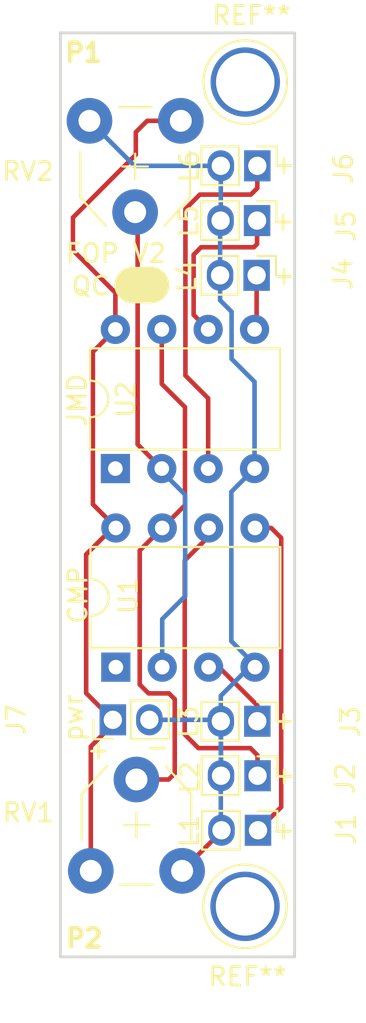
<source format=kicad_pcb>
(kicad_pcb (version 4) (host pcbnew 4.0.6)

  (general
    (links 24)
    (no_connects 0)
    (area 150.8408 93.8559 171.2042 150.082929)
    (thickness 1.6)
    (drawings 27)
    (tracks 104)
    (zones 0)
    (modules 13)
    (nets 13)
  )

  (page A4)
  (layers
    (0 F.Cu signal)
    (31 B.Cu signal)
    (32 B.Adhes user)
    (33 F.Adhes user)
    (34 B.Paste user)
    (35 F.Paste user)
    (36 B.SilkS user)
    (37 F.SilkS user)
    (38 B.Mask user)
    (39 F.Mask user)
    (40 Dwgs.User user)
    (41 Cmts.User user)
    (42 Eco1.User user)
    (43 Eco2.User user)
    (44 Edge.Cuts user)
    (45 Margin user)
    (46 B.CrtYd user)
    (47 F.CrtYd user)
    (48 B.Fab user)
    (49 F.Fab user)
  )

  (setup
    (last_trace_width 0.25)
    (trace_clearance 0.2)
    (zone_clearance 0.508)
    (zone_45_only no)
    (trace_min 0.2)
    (segment_width 0.2)
    (edge_width 0.15)
    (via_size 0.6)
    (via_drill 0.4)
    (via_min_size 0.4)
    (via_min_drill 0.3)
    (uvia_size 0.3)
    (uvia_drill 0.1)
    (uvias_allowed no)
    (uvia_min_size 0.2)
    (uvia_min_drill 0.1)
    (pcb_text_width 0.3)
    (pcb_text_size 1.5 1.5)
    (mod_edge_width 0.15)
    (mod_text_size 1 1)
    (mod_text_width 0.15)
    (pad_size 1.7 1.45)
    (pad_drill 1)
    (pad_to_mask_clearance 0.2)
    (aux_axis_origin 0 0)
    (visible_elements 7FFEFFFF)
    (pcbplotparams
      (layerselection 0x00030_80000001)
      (usegerberextensions false)
      (excludeedgelayer true)
      (linewidth 0.100000)
      (plotframeref false)
      (viasonmask false)
      (mode 1)
      (useauxorigin false)
      (hpglpennumber 1)
      (hpglpenspeed 20)
      (hpglpendiameter 15)
      (hpglpenoverlay 2)
      (psnegative false)
      (psa4output false)
      (plotreference true)
      (plotvalue true)
      (plotinvisibletext false)
      (padsonsilk false)
      (subtractmaskfromsilk false)
      (outputformat 1)
      (mirror false)
      (drillshape 1)
      (scaleselection 1)
      (outputdirectory ""))
  )

  (net 0 "")
  (net 1 "Net-(J1-Pad1)")
  (net 2 GND)
  (net 3 "Net-(J2-Pad1)")
  (net 4 "Net-(J3-Pad1)")
  (net 5 "Net-(J4-Pad1)")
  (net 6 "Net-(J5-Pad1)")
  (net 7 VCC)
  (net 8 "Net-(RV1-Pad2)")
  (net 9 "Net-(RV2-Pad2)")
  (net 10 "Net-(U1-Pad1)")
  (net 11 "Net-(U2-Pad1)")
  (net 12 "Net-(J6-Pad1)")

  (net_class Default "This is the default net class."
    (clearance 0.2)
    (trace_width 0.25)
    (via_dia 0.6)
    (via_drill 0.4)
    (uvia_dia 0.3)
    (uvia_drill 0.1)
    (add_net GND)
    (add_net "Net-(J1-Pad1)")
    (add_net "Net-(J2-Pad1)")
    (add_net "Net-(J3-Pad1)")
    (add_net "Net-(J4-Pad1)")
    (add_net "Net-(J5-Pad1)")
    (add_net "Net-(J6-Pad1)")
    (add_net "Net-(RV1-Pad2)")
    (add_net "Net-(RV2-Pad2)")
    (add_net "Net-(U1-Pad1)")
    (add_net "Net-(U2-Pad1)")
    (add_net VCC)
  )

  (module Connectors:1pin (layer F.Cu) (tedit 59A2221E) (tstamp 59A22210)
    (at 164.3634 98.4758)
    (descr "module 1 pin (ou trou mecanique de percage)")
    (tags DEV)
    (fp_text reference REF** (at 0.3429 -3.6449) (layer F.SilkS)
      (effects (font (size 1 1) (thickness 0.15)))
    )
    (fp_text value 1pin (at 0 3) (layer F.Fab)
      (effects (font (size 1 1) (thickness 0.15)))
    )
    (fp_circle (center 0 0) (end 2 0.8) (layer F.Fab) (width 0.1))
    (fp_circle (center 0 0) (end 2.6 0) (layer F.CrtYd) (width 0.05))
    (fp_circle (center 0 0) (end 0 -2.286) (layer F.SilkS) (width 0.12))
    (pad 1 thru_hole circle (at 0 0) (size 3.8 3.8) (drill 3.2) (layers *.Cu *.Mask))
  )

  (module Housings_DIP:DIP-8_W7.62mm (layer F.Cu) (tedit 594C41D4) (tstamp 59457BEE)
    (at 157.2768 130.5052 90)
    (descr "8-lead dip package, row spacing 7.62 mm (300 mils)")
    (tags "DIL DIP PDIP 2.54mm 7.62mm 300mil")
    (path /594548DB)
    (fp_text reference U1 (at 3.9116 0.6731 90) (layer F.SilkS)
      (effects (font (size 1 1) (thickness 0.15)))
    )
    (fp_text value ATTINY85-20PU (at 3.81 10.01 90) (layer F.Fab)
      (effects (font (size 1 1) (thickness 0.15)))
    )
    (fp_text user %R (at 3.81 3.81 90) (layer F.Fab)
      (effects (font (size 1 1) (thickness 0.15)))
    )
    (fp_line (start 1.635 -1.27) (end 6.985 -1.27) (layer F.Fab) (width 0.1))
    (fp_line (start 6.985 -1.27) (end 6.985 8.89) (layer F.Fab) (width 0.1))
    (fp_line (start 6.985 8.89) (end 0.635 8.89) (layer F.Fab) (width 0.1))
    (fp_line (start 0.635 8.89) (end 0.635 -0.27) (layer F.Fab) (width 0.1))
    (fp_line (start 0.635 -0.27) (end 1.635 -1.27) (layer F.Fab) (width 0.1))
    (fp_line (start 2.81 -1.39) (end 1.04 -1.39) (layer F.SilkS) (width 0.12))
    (fp_line (start 1.04 -1.39) (end 1.04 9.01) (layer F.SilkS) (width 0.12))
    (fp_line (start 1.04 9.01) (end 6.58 9.01) (layer F.SilkS) (width 0.12))
    (fp_line (start 6.58 9.01) (end 6.58 -1.39) (layer F.SilkS) (width 0.12))
    (fp_line (start 6.58 -1.39) (end 4.81 -1.39) (layer F.SilkS) (width 0.12))
    (fp_line (start -1.1 -1.6) (end -1.1 9.2) (layer F.CrtYd) (width 0.05))
    (fp_line (start -1.1 9.2) (end 8.7 9.2) (layer F.CrtYd) (width 0.05))
    (fp_line (start 8.7 9.2) (end 8.7 -1.6) (layer F.CrtYd) (width 0.05))
    (fp_line (start 8.7 -1.6) (end -1.1 -1.6) (layer F.CrtYd) (width 0.05))
    (fp_arc (start 3.81 -1.39) (end 2.81 -1.39) (angle -180) (layer F.SilkS) (width 0.12))
    (pad 1 thru_hole rect (at 0 0 90) (size 1.6 1.6) (drill 0.8) (layers *.Cu *.Mask)
      (net 10 "Net-(U1-Pad1)"))
    (pad 5 thru_hole oval (at 7.62 7.62 90) (size 1.6 1.6) (drill 0.8) (layers *.Cu *.Mask)
      (net 1 "Net-(J1-Pad1)"))
    (pad 2 thru_hole oval (at 0 2.54 90) (size 1.6 1.6) (drill 0.8) (layers *.Cu *.Mask)
      (net 9 "Net-(RV2-Pad2)"))
    (pad 6 thru_hole oval (at 7.62 5.08 90) (size 1.6 1.6) (drill 0.8) (layers *.Cu *.Mask)
      (net 3 "Net-(J2-Pad1)"))
    (pad 3 thru_hole oval (at 0 5.08 90) (size 1.6 1.6) (drill 0.8) (layers *.Cu *.Mask)
      (net 4 "Net-(J3-Pad1)"))
    (pad 7 thru_hole oval (at 7.62 2.54 90) (size 1.6 1.6) (drill 0.8) (layers *.Cu *.Mask)
      (net 8 "Net-(RV1-Pad2)"))
    (pad 4 thru_hole oval (at 0 7.62 90) (size 1.6 1.6) (drill 0.8) (layers *.Cu *.Mask)
      (net 2 GND))
    (pad 8 thru_hole oval (at 7.62 0 90) (size 1.6 1.6) (drill 0.8) (layers *.Cu *.Mask)
      (net 7 VCC))
    (model ${KISYS3DMOD}/Housings_DIP.3dshapes/DIP-8_W7.62mm.wrl
      (at (xyz 0 0 0))
      (scale (xyz 1 1 1))
      (rotate (xyz 0 0 0))
    )
  )

  (module Housings_DIP:DIP-8_W7.62mm (layer F.Cu) (tedit 594C41DB) (tstamp 59457C0A)
    (at 157.2514 119.634 90)
    (descr "8-lead dip package, row spacing 7.62 mm (300 mils)")
    (tags "DIL DIP PDIP 2.54mm 7.62mm 300mil")
    (path /59454980)
    (fp_text reference U2 (at 3.7846 0.5715 90) (layer F.SilkS)
      (effects (font (size 1 1) (thickness 0.15)))
    )
    (fp_text value ATTINY85-20PU (at 3.81 10.01 90) (layer F.Fab)
      (effects (font (size 1 1) (thickness 0.15)))
    )
    (fp_text user %R (at 3.81 3.81 90) (layer F.Fab)
      (effects (font (size 1 1) (thickness 0.15)))
    )
    (fp_line (start 1.635 -1.27) (end 6.985 -1.27) (layer F.Fab) (width 0.1))
    (fp_line (start 6.985 -1.27) (end 6.985 8.89) (layer F.Fab) (width 0.1))
    (fp_line (start 6.985 8.89) (end 0.635 8.89) (layer F.Fab) (width 0.1))
    (fp_line (start 0.635 8.89) (end 0.635 -0.27) (layer F.Fab) (width 0.1))
    (fp_line (start 0.635 -0.27) (end 1.635 -1.27) (layer F.Fab) (width 0.1))
    (fp_line (start 2.81 -1.39) (end 1.04 -1.39) (layer F.SilkS) (width 0.12))
    (fp_line (start 1.04 -1.39) (end 1.04 9.01) (layer F.SilkS) (width 0.12))
    (fp_line (start 1.04 9.01) (end 6.58 9.01) (layer F.SilkS) (width 0.12))
    (fp_line (start 6.58 9.01) (end 6.58 -1.39) (layer F.SilkS) (width 0.12))
    (fp_line (start 6.58 -1.39) (end 4.81 -1.39) (layer F.SilkS) (width 0.12))
    (fp_line (start -1.1 -1.6) (end -1.1 9.2) (layer F.CrtYd) (width 0.05))
    (fp_line (start -1.1 9.2) (end 8.7 9.2) (layer F.CrtYd) (width 0.05))
    (fp_line (start 8.7 9.2) (end 8.7 -1.6) (layer F.CrtYd) (width 0.05))
    (fp_line (start 8.7 -1.6) (end -1.1 -1.6) (layer F.CrtYd) (width 0.05))
    (fp_arc (start 3.81 -1.39) (end 2.81 -1.39) (angle -180) (layer F.SilkS) (width 0.12))
    (pad 1 thru_hole rect (at 0 0 90) (size 1.6 1.6) (drill 0.8) (layers *.Cu *.Mask)
      (net 11 "Net-(U2-Pad1)"))
    (pad 5 thru_hole oval (at 7.62 7.62 90) (size 1.6 1.6) (drill 0.8) (layers *.Cu *.Mask)
      (net 5 "Net-(J4-Pad1)"))
    (pad 2 thru_hole oval (at 0 2.54 90) (size 1.6 1.6) (drill 0.8) (layers *.Cu *.Mask)
      (net 9 "Net-(RV2-Pad2)"))
    (pad 6 thru_hole oval (at 7.62 5.08 90) (size 1.6 1.6) (drill 0.8) (layers *.Cu *.Mask)
      (net 6 "Net-(J5-Pad1)"))
    (pad 3 thru_hole oval (at 0 5.08 90) (size 1.6 1.6) (drill 0.8) (layers *.Cu *.Mask)
      (net 12 "Net-(J6-Pad1)"))
    (pad 7 thru_hole oval (at 7.62 2.54 90) (size 1.6 1.6) (drill 0.8) (layers *.Cu *.Mask)
      (net 8 "Net-(RV1-Pad2)"))
    (pad 4 thru_hole oval (at 0 7.62 90) (size 1.6 1.6) (drill 0.8) (layers *.Cu *.Mask)
      (net 2 GND))
    (pad 8 thru_hole oval (at 7.62 0 90) (size 1.6 1.6) (drill 0.8) (layers *.Cu *.Mask)
      (net 7 VCC))
    (model ${KISYS3DMOD}/Housings_DIP.3dshapes/DIP-8_W7.62mm.wrl
      (at (xyz 0 0 0))
      (scale (xyz 1 1 1))
      (rotate (xyz 0 0 0))
    )
  )

  (module Pin_Headers:Pin_Header_Straight_1x02_Pitch2.00mm (layer F.Cu) (tedit 59A313F8) (tstamp 59458569)
    (at 157.1117 133.3881 90)
    (descr "Through hole straight pin header, 1x02, 2.00mm pitch, single row")
    (tags "Through hole pin header THT 1x02 2.00mm single row")
    (path /59459B2D)
    (fp_text reference J7 (at 0.0127 -5.2959 90) (layer F.SilkS)
      (effects (font (size 1 1) (thickness 0.15)))
    )
    (fp_text value CONN_01X02_MALE (at -9.4234 1.4986 90) (layer F.Fab)
      (effects (font (size 1 1) (thickness 0.15)))
    )
    (fp_line (start -1 -1) (end -1 3) (layer F.Fab) (width 0.1))
    (fp_line (start -1 3) (end 1 3) (layer F.Fab) (width 0.1))
    (fp_line (start 1 3) (end 1 -1) (layer F.Fab) (width 0.1))
    (fp_line (start 1 -1) (end -1 -1) (layer F.Fab) (width 0.1))
    (fp_line (start -1.06 1) (end -1.06 3.06) (layer F.SilkS) (width 0.12))
    (fp_line (start -1.06 3.06) (end 1.06 3.06) (layer F.SilkS) (width 0.12))
    (fp_line (start 1.06 3.06) (end 1.06 1) (layer F.SilkS) (width 0.12))
    (fp_line (start 1.06 1) (end -1.06 1) (layer F.SilkS) (width 0.12))
    (fp_line (start -1.06 0) (end -1.06 -1.06) (layer F.SilkS) (width 0.12))
    (fp_line (start -1.06 -1.06) (end 0 -1.06) (layer F.SilkS) (width 0.12))
    (fp_line (start -1.5 -1.5) (end -1.5 3.5) (layer F.CrtYd) (width 0.05))
    (fp_line (start -1.5 3.5) (end 1.5 3.5) (layer F.CrtYd) (width 0.05))
    (fp_line (start 1.5 3.5) (end 1.5 -1.5) (layer F.CrtYd) (width 0.05))
    (fp_line (start 1.5 -1.5) (end -1.5 -1.5) (layer F.CrtYd) (width 0.05))
    (fp_text user %R (at -0.0127 -3.7592 90) (layer F.Fab)
      (effects (font (size 1 1) (thickness 0.15)))
    )
    (pad 1 thru_hole rect (at 0 0 90) (size 1.7 1.45) (drill 1) (layers *.Cu *.Mask)
      (net 7 VCC))
    (pad 2 thru_hole oval (at 0 2 90) (size 1.7 1.45) (drill 1) (layers *.Cu *.Mask)
      (net 2 GND))
    (model ${KISYS3DMOD}/Pin_Headers.3dshapes/Pin_Header_Straight_1x02_Pitch2.00mm.wrl
      (at (xyz 0 0 0))
      (scale (xyz 1 1 1))
      (rotate (xyz 0 0 0))
    )
  )

  (module Pin_Headers:Pin_Header_Straight_1x02_Pitch2.00mm (layer F.Cu) (tedit 59A313BB) (tstamp 59499F51)
    (at 165.0619 139.4333 270)
    (descr "Through hole straight pin header, 1x02, 2.00mm pitch, single row")
    (tags "Through hole pin header THT 1x02 2.00mm single row")
    (path /59458F82)
    (fp_text reference J1 (at -0.0635 -4.8387 270) (layer F.SilkS)
      (effects (font (size 1 1) (thickness 0.15)))
    )
    (fp_text value CONN_01X02_MALE (at 0 4.06 270) (layer F.Fab)
      (effects (font (size 1 1) (thickness 0.15)))
    )
    (fp_line (start -1 -1) (end -1 3) (layer F.Fab) (width 0.1))
    (fp_line (start -1 3) (end 1 3) (layer F.Fab) (width 0.1))
    (fp_line (start 1 3) (end 1 -1) (layer F.Fab) (width 0.1))
    (fp_line (start 1 -1) (end -1 -1) (layer F.Fab) (width 0.1))
    (fp_line (start -1.06 1) (end -1.06 3.06) (layer F.SilkS) (width 0.12))
    (fp_line (start -1.06 3.06) (end 1.06 3.06) (layer F.SilkS) (width 0.12))
    (fp_line (start 1.06 3.06) (end 1.06 1) (layer F.SilkS) (width 0.12))
    (fp_line (start 1.06 1) (end -1.06 1) (layer F.SilkS) (width 0.12))
    (fp_line (start -1.06 0) (end -1.06 -1.06) (layer F.SilkS) (width 0.12))
    (fp_line (start -1.06 -1.06) (end 0 -1.06) (layer F.SilkS) (width 0.12))
    (fp_line (start -1.5 -1.5) (end -1.5 3.5) (layer F.CrtYd) (width 0.05))
    (fp_line (start -1.5 3.5) (end 1.5 3.5) (layer F.CrtYd) (width 0.05))
    (fp_line (start 1.5 3.5) (end 1.5 -1.5) (layer F.CrtYd) (width 0.05))
    (fp_line (start 1.5 -1.5) (end -1.5 -1.5) (layer F.CrtYd) (width 0.05))
    (fp_text user %R (at -0.0635 -3.4163 270) (layer F.Fab)
      (effects (font (size 1 1) (thickness 0.15)))
    )
    (pad 1 thru_hole rect (at 0 0 270) (size 1.7 1.45) (drill 1) (layers *.Cu *.Mask)
      (net 1 "Net-(J1-Pad1)"))
    (pad 2 thru_hole oval (at 0 2 270) (size 1.7 1.45) (drill 1) (layers *.Cu *.Mask)
      (net 2 GND))
    (model ${KISYS3DMOD}/Pin_Headers.3dshapes/Pin_Header_Straight_1x02_Pitch2.00mm.wrl
      (at (xyz 0 0 0))
      (scale (xyz 1 1 1))
      (rotate (xyz 0 0 0))
    )
  )

  (module Pin_Headers:Pin_Header_Straight_1x02_Pitch2.00mm (layer F.Cu) (tedit 59A313C8) (tstamp 59499F65)
    (at 165.0365 136.4488 270)
    (descr "Through hole straight pin header, 1x02, 2.00mm pitch, single row")
    (tags "Through hole pin header THT 1x02 2.00mm single row")
    (path /5945924A)
    (fp_text reference J2 (at 0.1524 -4.8006 270) (layer F.SilkS)
      (effects (font (size 1 1) (thickness 0.15)))
    )
    (fp_text value CONN_01X02_MALE (at 0 4.06 270) (layer F.Fab)
      (effects (font (size 1 1) (thickness 0.15)))
    )
    (fp_line (start -1 -1) (end -1 3) (layer F.Fab) (width 0.1))
    (fp_line (start -1 3) (end 1 3) (layer F.Fab) (width 0.1))
    (fp_line (start 1 3) (end 1 -1) (layer F.Fab) (width 0.1))
    (fp_line (start 1 -1) (end -1 -1) (layer F.Fab) (width 0.1))
    (fp_line (start -1.06 1) (end -1.06 3.06) (layer F.SilkS) (width 0.12))
    (fp_line (start -1.06 3.06) (end 1.06 3.06) (layer F.SilkS) (width 0.12))
    (fp_line (start 1.06 3.06) (end 1.06 1) (layer F.SilkS) (width 0.12))
    (fp_line (start 1.06 1) (end -1.06 1) (layer F.SilkS) (width 0.12))
    (fp_line (start -1.06 0) (end -1.06 -1.06) (layer F.SilkS) (width 0.12))
    (fp_line (start -1.06 -1.06) (end 0 -1.06) (layer F.SilkS) (width 0.12))
    (fp_line (start -1.5 -1.5) (end -1.5 3.5) (layer F.CrtYd) (width 0.05))
    (fp_line (start -1.5 3.5) (end 1.5 3.5) (layer F.CrtYd) (width 0.05))
    (fp_line (start 1.5 3.5) (end 1.5 -1.5) (layer F.CrtYd) (width 0.05))
    (fp_line (start 1.5 -1.5) (end -1.5 -1.5) (layer F.CrtYd) (width 0.05))
    (fp_text user %R (at 0.0635 -3.302 270) (layer F.Fab)
      (effects (font (size 1 1) (thickness 0.15)))
    )
    (pad 1 thru_hole rect (at 0 0 270) (size 1.7 1.45) (drill 1) (layers *.Cu *.Mask)
      (net 3 "Net-(J2-Pad1)"))
    (pad 2 thru_hole oval (at 0 2 270) (size 1.7 1.45) (drill 1) (layers *.Cu *.Mask)
      (net 2 GND))
    (model ${KISYS3DMOD}/Pin_Headers.3dshapes/Pin_Header_Straight_1x02_Pitch2.00mm.wrl
      (at (xyz 0 0 0))
      (scale (xyz 1 1 1))
      (rotate (xyz 0 0 0))
    )
  )

  (module Pin_Headers:Pin_Header_Straight_1x02_Pitch2.00mm (layer F.Cu) (tedit 59A313DB) (tstamp 59499F79)
    (at 165.0238 133.4643 270)
    (descr "Through hole straight pin header, 1x02, 2.00mm pitch, single row")
    (tags "Through hole pin header THT 1x02 2.00mm single row")
    (path /594592A4)
    (fp_text reference J3 (at 0.0381 -5.1054 270) (layer F.SilkS)
      (effects (font (size 1 1) (thickness 0.15)))
    )
    (fp_text value CONN_01X02_MALE (at 0 4.06 270) (layer F.Fab)
      (effects (font (size 1 1) (thickness 0.15)))
    )
    (fp_line (start -1 -1) (end -1 3) (layer F.Fab) (width 0.1))
    (fp_line (start -1 3) (end 1 3) (layer F.Fab) (width 0.1))
    (fp_line (start 1 3) (end 1 -1) (layer F.Fab) (width 0.1))
    (fp_line (start 1 -1) (end -1 -1) (layer F.Fab) (width 0.1))
    (fp_line (start -1.06 1) (end -1.06 3.06) (layer F.SilkS) (width 0.12))
    (fp_line (start -1.06 3.06) (end 1.06 3.06) (layer F.SilkS) (width 0.12))
    (fp_line (start 1.06 3.06) (end 1.06 1) (layer F.SilkS) (width 0.12))
    (fp_line (start 1.06 1) (end -1.06 1) (layer F.SilkS) (width 0.12))
    (fp_line (start -1.06 0) (end -1.06 -1.06) (layer F.SilkS) (width 0.12))
    (fp_line (start -1.06 -1.06) (end 0 -1.06) (layer F.SilkS) (width 0.12))
    (fp_line (start -1.5 -1.5) (end -1.5 3.5) (layer F.CrtYd) (width 0.05))
    (fp_line (start -1.5 3.5) (end 1.5 3.5) (layer F.CrtYd) (width 0.05))
    (fp_line (start 1.5 3.5) (end 1.5 -1.5) (layer F.CrtYd) (width 0.05))
    (fp_line (start 1.5 -1.5) (end -1.5 -1.5) (layer F.CrtYd) (width 0.05))
    (fp_text user %R (at -0.0762 -3.6195 270) (layer F.Fab)
      (effects (font (size 1 1) (thickness 0.15)))
    )
    (pad 1 thru_hole rect (at 0 0 270) (size 1.7 1.45) (drill 1) (layers *.Cu *.Mask)
      (net 4 "Net-(J3-Pad1)"))
    (pad 2 thru_hole oval (at 0 2 270) (size 1.7 1.45) (drill 1) (layers *.Cu *.Mask)
      (net 2 GND))
    (model ${KISYS3DMOD}/Pin_Headers.3dshapes/Pin_Header_Straight_1x02_Pitch2.00mm.wrl
      (at (xyz 0 0 0))
      (scale (xyz 1 1 1))
      (rotate (xyz 0 0 0))
    )
  )

  (module Pin_Headers:Pin_Header_Straight_1x02_Pitch2.00mm (layer F.Cu) (tedit 59A3141A) (tstamp 59499F8D)
    (at 164.9857 109.0549 270)
    (descr "Through hole straight pin header, 1x02, 2.00mm pitch, single row")
    (tags "Through hole pin header THT 1x02 2.00mm single row")
    (path /59459303)
    (fp_text reference J4 (at -0.0635 -4.7244 270) (layer F.SilkS)
      (effects (font (size 1 1) (thickness 0.15)))
    )
    (fp_text value CONN_01X02_MALE (at 0 4.06 270) (layer F.Fab)
      (effects (font (size 1 1) (thickness 0.15)))
    )
    (fp_line (start -1 -1) (end -1 3) (layer F.Fab) (width 0.1))
    (fp_line (start -1 3) (end 1 3) (layer F.Fab) (width 0.1))
    (fp_line (start 1 3) (end 1 -1) (layer F.Fab) (width 0.1))
    (fp_line (start 1 -1) (end -1 -1) (layer F.Fab) (width 0.1))
    (fp_line (start -1.06 1) (end -1.06 3.06) (layer F.SilkS) (width 0.12))
    (fp_line (start -1.06 3.06) (end 1.06 3.06) (layer F.SilkS) (width 0.12))
    (fp_line (start 1.06 3.06) (end 1.06 1) (layer F.SilkS) (width 0.12))
    (fp_line (start 1.06 1) (end -1.06 1) (layer F.SilkS) (width 0.12))
    (fp_line (start -1.06 0) (end -1.06 -1.06) (layer F.SilkS) (width 0.12))
    (fp_line (start -1.06 -1.06) (end 0 -1.06) (layer F.SilkS) (width 0.12))
    (fp_line (start -1.5 -1.5) (end -1.5 3.5) (layer F.CrtYd) (width 0.05))
    (fp_line (start -1.5 3.5) (end 1.5 3.5) (layer F.CrtYd) (width 0.05))
    (fp_line (start 1.5 3.5) (end 1.5 -1.5) (layer F.CrtYd) (width 0.05))
    (fp_line (start 1.5 -1.5) (end -1.5 -1.5) (layer F.CrtYd) (width 0.05))
    (fp_text user %R (at 0 -3.3655 270) (layer F.Fab)
      (effects (font (size 1 1) (thickness 0.15)))
    )
    (pad 1 thru_hole rect (at 0 0 270) (size 1.7 1.45) (drill 1) (layers *.Cu *.Mask)
      (net 5 "Net-(J4-Pad1)"))
    (pad 2 thru_hole oval (at 0 2 270) (size 1.7 1.45) (drill 1) (layers *.Cu *.Mask)
      (net 2 GND))
    (model ${KISYS3DMOD}/Pin_Headers.3dshapes/Pin_Header_Straight_1x02_Pitch2.00mm.wrl
      (at (xyz 0 0 0))
      (scale (xyz 1 1 1))
      (rotate (xyz 0 0 0))
    )
  )

  (module Pin_Headers:Pin_Header_Straight_1x02_Pitch2.00mm (layer F.Cu) (tedit 59A31425) (tstamp 59499FA1)
    (at 165.0111 106.0577 270)
    (descr "Through hole straight pin header, 1x02, 2.00mm pitch, single row")
    (tags "Through hole pin header THT 1x02 2.00mm single row")
    (path /59459363)
    (fp_text reference J5 (at 0.3048 -4.8641 270) (layer F.SilkS)
      (effects (font (size 1 1) (thickness 0.15)))
    )
    (fp_text value CONN_01X02_MALE (at 0 4.06 270) (layer F.Fab)
      (effects (font (size 1 1) (thickness 0.15)))
    )
    (fp_line (start -1 -1) (end -1 3) (layer F.Fab) (width 0.1))
    (fp_line (start -1 3) (end 1 3) (layer F.Fab) (width 0.1))
    (fp_line (start 1 3) (end 1 -1) (layer F.Fab) (width 0.1))
    (fp_line (start 1 -1) (end -1 -1) (layer F.Fab) (width 0.1))
    (fp_line (start -1.06 1) (end -1.06 3.06) (layer F.SilkS) (width 0.12))
    (fp_line (start -1.06 3.06) (end 1.06 3.06) (layer F.SilkS) (width 0.12))
    (fp_line (start 1.06 3.06) (end 1.06 1) (layer F.SilkS) (width 0.12))
    (fp_line (start 1.06 1) (end -1.06 1) (layer F.SilkS) (width 0.12))
    (fp_line (start -1.06 0) (end -1.06 -1.06) (layer F.SilkS) (width 0.12))
    (fp_line (start -1.06 -1.06) (end 0 -1.06) (layer F.SilkS) (width 0.12))
    (fp_line (start -1.5 -1.5) (end -1.5 3.5) (layer F.CrtYd) (width 0.05))
    (fp_line (start -1.5 3.5) (end 1.5 3.5) (layer F.CrtYd) (width 0.05))
    (fp_line (start 1.5 3.5) (end 1.5 -1.5) (layer F.CrtYd) (width 0.05))
    (fp_line (start 1.5 -1.5) (end -1.5 -1.5) (layer F.CrtYd) (width 0.05))
    (fp_text user %R (at 0.1524 -3.4036 270) (layer F.Fab)
      (effects (font (size 1 1) (thickness 0.15)))
    )
    (pad 1 thru_hole rect (at 0 0 270) (size 1.7 1.45) (drill 1) (layers *.Cu *.Mask)
      (net 6 "Net-(J5-Pad1)"))
    (pad 2 thru_hole oval (at 0 2 270) (size 1.7 1.45) (drill 1) (layers *.Cu *.Mask)
      (net 2 GND))
    (model ${KISYS3DMOD}/Pin_Headers.3dshapes/Pin_Header_Straight_1x02_Pitch2.00mm.wrl
      (at (xyz 0 0 0))
      (scale (xyz 1 1 1))
      (rotate (xyz 0 0 0))
    )
  )

  (module Pin_Headers:Pin_Header_Straight_1x02_Pitch2.00mm (layer F.Cu) (tedit 59A31437) (tstamp 59499FC9)
    (at 165.0238 103.0605 270)
    (descr "Through hole straight pin header, 1x02, 2.00mm pitch, single row")
    (tags "Through hole pin header THT 1x02 2.00mm single row")
    (path /5949AF29)
    (fp_text reference J6 (at 0.1524 -4.7117 270) (layer F.SilkS)
      (effects (font (size 1 1) (thickness 0.15)))
    )
    (fp_text value CONN_01X02_MALE (at 0 4.06 270) (layer F.Fab)
      (effects (font (size 1 1) (thickness 0.15)))
    )
    (fp_line (start -1 -1) (end -1 3) (layer F.Fab) (width 0.1))
    (fp_line (start -1 3) (end 1 3) (layer F.Fab) (width 0.1))
    (fp_line (start 1 3) (end 1 -1) (layer F.Fab) (width 0.1))
    (fp_line (start 1 -1) (end -1 -1) (layer F.Fab) (width 0.1))
    (fp_line (start -1.06 1) (end -1.06 3.06) (layer F.SilkS) (width 0.12))
    (fp_line (start -1.06 3.06) (end 1.06 3.06) (layer F.SilkS) (width 0.12))
    (fp_line (start 1.06 3.06) (end 1.06 1) (layer F.SilkS) (width 0.12))
    (fp_line (start 1.06 1) (end -1.06 1) (layer F.SilkS) (width 0.12))
    (fp_line (start -1.06 0) (end -1.06 -1.06) (layer F.SilkS) (width 0.12))
    (fp_line (start -1.06 -1.06) (end 0 -1.06) (layer F.SilkS) (width 0.12))
    (fp_line (start -1.5 -1.5) (end -1.5 3.5) (layer F.CrtYd) (width 0.05))
    (fp_line (start -1.5 3.5) (end 1.5 3.5) (layer F.CrtYd) (width 0.05))
    (fp_line (start 1.5 3.5) (end 1.5 -1.5) (layer F.CrtYd) (width 0.05))
    (fp_line (start 1.5 -1.5) (end -1.5 -1.5) (layer F.CrtYd) (width 0.05))
    (fp_text user %R (at 0.0381 -3.3909 270) (layer F.Fab)
      (effects (font (size 1 1) (thickness 0.15)))
    )
    (pad 1 thru_hole rect (at 0 0 270) (size 1.7 1.45) (drill 1) (layers *.Cu *.Mask)
      (net 12 "Net-(J6-Pad1)"))
    (pad 2 thru_hole oval (at 0 2 270) (size 1.7 1.45) (drill 1) (layers *.Cu *.Mask)
      (net 2 GND))
    (model ${KISYS3DMOD}/Pin_Headers.3dshapes/Pin_Header_Straight_1x02_Pitch2.00mm.wrl
      (at (xyz 0 0 0))
      (scale (xyz 1 1 1))
      (rotate (xyz 0 0 0))
    )
  )

  (module Potentiometers:Potentiometer_Trimmer_VishaySpectrol_Econtrim-Type36T (layer F.Cu) (tedit 59A214C0) (tstamp 59A214EE)
    (at 155.9052 141.6558)
    (descr "Potentiometer, Trimmer, Spectrol Type 36T, Econtrim, Rev A, 02 Aug 2010,")
    (tags "Potentiometer Trimmer Spectrol Type 36T Econtrim Rev A 02 Aug 2010 ")
    (path /59455EA2)
    (fp_text reference RV1 (at -3.4163 -3.1877) (layer F.SilkS)
      (effects (font (size 1 1) (thickness 0.15)))
    )
    (fp_text value POT (at 2.5 2.05) (layer F.Fab)
      (effects (font (size 1 1) (thickness 0.15)))
    )
    (fp_line (start -0.4 -4.15) (end 1.1 -5.8) (layer F.Fab) (width 0.1))
    (fp_line (start 1.1 -5.8) (end 1.5 -5.8) (layer F.Fab) (width 0.1))
    (fp_line (start -0.4 -4.15) (end -0.4 0.65) (layer F.Fab) (width 0.1))
    (fp_line (start -0.4 0.65) (end 5.4 0.65) (layer F.Fab) (width 0.1))
    (fp_line (start 5.4 0.65) (end 5.4 -4.15) (layer F.Fab) (width 0.1))
    (fp_line (start 5.4 -4.15) (end 3.9 -5.8) (layer F.Fab) (width 0.1))
    (fp_line (start 3.9 -5.8) (end 1.15 -5.8) (layer F.Fab) (width 0.1))
    (fp_line (start 1.8 -2.5) (end 3.2 -2.5) (layer F.Fab) (width 0.1))
    (fp_line (start 2.5 -1.8) (end 2.5 -3.2) (layer F.Fab) (width 0.1))
    (fp_line (start 1.6 0.75) (end 3.4 0.75) (layer F.SilkS) (width 0.12))
    (fp_line (start 2.5 -1.8) (end 2.5 -3.2) (layer F.SilkS) (width 0.12))
    (fp_line (start 1.8 -2.5) (end 3.2 -2.5) (layer F.SilkS) (width 0.12))
    (fp_line (start 4.1 -5.75) (end 5.5 -4.2) (layer F.SilkS) (width 0.12))
    (fp_line (start 5.5 -4.2) (end 5.5 -1.7) (layer F.SilkS) (width 0.12))
    (fp_line (start 0.9 -5.75) (end -0.5 -4.2) (layer F.SilkS) (width 0.12))
    (fp_line (start -0.5 -4.2) (end -0.5 -1.7) (layer F.SilkS) (width 0.12))
    (fp_line (start -1.5 -6.5) (end 6.5 -6.5) (layer F.CrtYd) (width 0.05))
    (fp_line (start -1.5 -6.5) (end -1.5 1.5) (layer F.CrtYd) (width 0.05))
    (fp_line (start 6.5 1.5) (end 6.5 -6.5) (layer F.CrtYd) (width 0.05))
    (fp_line (start 6.5 1.5) (end -1.5 1.5) (layer F.CrtYd) (width 0.05))
    (pad 2 thru_hole circle (at 2.5 -5) (size 2.5 2.5) (drill 1.2) (layers *.Cu *.Mask)
      (net 8 "Net-(RV1-Pad2)"))
    (pad 3 thru_hole circle (at 5 0) (size 2.5 2.5) (drill 1.2) (layers *.Cu *.Mask)
      (net 2 GND))
    (pad 1 thru_hole circle (at 0 0) (size 2.5 2.5) (drill 1.2) (layers *.Cu *.Mask)
      (net 7 VCC))
  )

  (module Potentiometers:Potentiometer_Trimmer_VishaySpectrol_Econtrim-Type36T (layer F.Cu) (tedit 59A222C0) (tstamp 59A21508)
    (at 160.8328 100.5967 180)
    (descr "Potentiometer, Trimmer, Spectrol Type 36T, Econtrim, Rev A, 02 Aug 2010,")
    (tags "Potentiometer Trimmer Spectrol Type 36T Econtrim Rev A 02 Aug 2010 ")
    (path /59455F2B)
    (fp_text reference RV2 (at 8.3693 -2.7686 180) (layer F.SilkS)
      (effects (font (size 1 1) (thickness 0.15)))
    )
    (fp_text value POT (at 2.5 2.05 180) (layer F.Fab)
      (effects (font (size 1 1) (thickness 0.15)))
    )
    (fp_line (start -0.4 -4.15) (end 1.1 -5.8) (layer F.Fab) (width 0.1))
    (fp_line (start 1.1 -5.8) (end 1.5 -5.8) (layer F.Fab) (width 0.1))
    (fp_line (start -0.4 -4.15) (end -0.4 0.65) (layer F.Fab) (width 0.1))
    (fp_line (start -0.4 0.65) (end 5.4 0.65) (layer F.Fab) (width 0.1))
    (fp_line (start 5.4 0.65) (end 5.4 -4.15) (layer F.Fab) (width 0.1))
    (fp_line (start 5.4 -4.15) (end 3.9 -5.8) (layer F.Fab) (width 0.1))
    (fp_line (start 3.9 -5.8) (end 1.15 -5.8) (layer F.Fab) (width 0.1))
    (fp_line (start 1.8 -2.5) (end 3.2 -2.5) (layer F.Fab) (width 0.1))
    (fp_line (start 2.5 -1.8) (end 2.5 -3.2) (layer F.Fab) (width 0.1))
    (fp_line (start 1.6 0.75) (end 3.4 0.75) (layer F.SilkS) (width 0.12))
    (fp_line (start 2.5 -1.8) (end 2.5 -3.2) (layer F.SilkS) (width 0.12))
    (fp_line (start 1.8 -2.5) (end 3.2 -2.5) (layer F.SilkS) (width 0.12))
    (fp_line (start 4.1 -5.75) (end 5.5 -4.2) (layer F.SilkS) (width 0.12))
    (fp_line (start 5.5 -4.2) (end 5.5 -1.7) (layer F.SilkS) (width 0.12))
    (fp_line (start 0.9 -5.75) (end -0.5 -4.2) (layer F.SilkS) (width 0.12))
    (fp_line (start -0.5 -4.2) (end -0.5 -1.7) (layer F.SilkS) (width 0.12))
    (fp_line (start -1.5 -6.5) (end 6.5 -6.5) (layer F.CrtYd) (width 0.05))
    (fp_line (start -1.5 -6.5) (end -1.5 1.5) (layer F.CrtYd) (width 0.05))
    (fp_line (start 6.5 1.5) (end 6.5 -6.5) (layer F.CrtYd) (width 0.05))
    (fp_line (start 6.5 1.5) (end -1.5 1.5) (layer F.CrtYd) (width 0.05))
    (pad 2 thru_hole circle (at 2.5 -5 180) (size 2.5 2.5) (drill 1.2) (layers *.Cu *.Mask)
      (net 9 "Net-(RV2-Pad2)"))
    (pad 3 thru_hole circle (at 5 0 180) (size 2.5 2.5) (drill 1.2) (layers *.Cu *.Mask)
      (net 2 GND))
    (pad 1 thru_hole circle (at 0 0 180) (size 2.5 2.5) (drill 1.2) (layers *.Cu *.Mask)
      (net 7 VCC))
  )

  (module Connectors:1pin (layer F.Cu) (tedit 59A30FD2) (tstamp 59A21822)
    (at 164.3507 143.5989)
    (descr "module 1 pin (ou trou mecanique de percage)")
    (tags DEV)
    (fp_text reference REF** (at 0.1397 3.8481) (layer F.SilkS)
      (effects (font (size 1 1) (thickness 0.15)))
    )
    (fp_text value 1pin (at 0 3) (layer F.Fab)
      (effects (font (size 1 1) (thickness 0.15)))
    )
    (fp_circle (center 0 0) (end 2 0.8) (layer F.Fab) (width 0.1))
    (fp_circle (center 0 0) (end 2.6 0) (layer F.CrtYd) (width 0.05))
    (fp_circle (center 0 0) (end 0 -2.286) (layer F.SilkS) (width 0.12))
    (pad 1 thru_hole circle (at 0 0) (size 3.8 3.8) (drill 3.2) (layers *.Cu *.Mask))
  )

  (gr_text CMP (at 155.194 126.5555 90) (layer F.SilkS)
    (effects (font (size 1 1) (thickness 0.15)))
  )
  (gr_line (start 158.2009 109.5883) (end 159.2009 109.5883) (angle 90) (layer F.SilkS) (width 2))
  (gr_text QC (at 155.8925 109.6391) (layer F.SilkS)
    (effects (font (size 1 1) (thickness 0.15)))
  )
  (gr_text JMD (at 155.1559 115.8875 90) (layer F.SilkS)
    (effects (font (size 1 1) (thickness 0.15)))
  )
  (gr_text "FOP V2" (at 157.2768 107.8484) (layer F.SilkS)
    (effects (font (size 1 1) (thickness 0.15)))
  )
  (gr_text + (at 166.4589 139.4206) (layer F.SilkS)
    (effects (font (size 1 1) (thickness 0.15)))
  )
  (gr_text + (at 166.497 136.4107) (layer F.SilkS)
    (effects (font (size 1 1) (thickness 0.15)))
  )
  (gr_text + (at 166.4589 133.4008) (layer F.SilkS)
    (effects (font (size 1 1) (thickness 0.15)))
  )
  (gr_text + (at 166.4843 109.0422) (layer F.SilkS)
    (effects (font (size 1 1) (thickness 0.15)))
  )
  (gr_text + (at 166.4335 106.0577) (layer F.SilkS)
    (effects (font (size 1 1) (thickness 0.15)))
  )
  (gr_text + (at 166.4843 102.9716) (layer F.SilkS)
    (effects (font (size 1 1) (thickness 0.15)))
  )
  (gr_text L6 (at 161.3027 103.0859 90) (layer F.SilkS)
    (effects (font (size 1 1) (thickness 0.15)))
  )
  (gr_text L5 (at 161.2646 106.0958 90) (layer F.SilkS)
    (effects (font (size 1 1) (thickness 0.15)))
  )
  (gr_text L4 (at 161.163 109.093 90) (layer F.SilkS)
    (effects (font (size 1 1) (thickness 0.15)))
  )
  (gr_text L3 (at 161.2646 133.5024 90) (layer F.SilkS)
    (effects (font (size 1 1) (thickness 0.15)))
  )
  (gr_text L2 (at 161.3408 136.5377 90) (layer F.SilkS)
    (effects (font (size 1 1) (thickness 0.15)))
  )
  (gr_text L1 (at 161.3027 139.4714 90) (layer F.SilkS)
    (effects (font (size 1 1) (thickness 0.15)))
  )
  (gr_text - (at 159.5501 134.8613) (layer F.SilkS)
    (effects (font (size 1 1) (thickness 0.15)))
  )
  (gr_text + (at 156.3243 135.0264) (layer F.SilkS)
    (effects (font (size 1 1) (thickness 0.15)))
  )
  (gr_text pwr (at 154.9527 133.2738 90) (layer F.SilkS)
    (effects (font (size 1 1) (thickness 0.15)))
  )
  (gr_text P2 (at 155.5496 145.3515) (layer F.SilkS)
    (effects (font (size 1 1) (thickness 0.25)))
  )
  (gr_text P1 (at 155.5115 96.8629) (layer F.SilkS)
    (effects (font (size 1 1) (thickness 0.25)))
  )
  (gr_line (start 154.2415 95.7834) (end 154.2542 95.7707) (angle 90) (layer Edge.Cuts) (width 0.15))
  (gr_line (start 167.0685 95.7834) (end 154.2415 95.7834) (angle 90) (layer Edge.Cuts) (width 0.15))
  (gr_line (start 167.0685 146.3675) (end 167.0685 95.7834) (angle 90) (layer Edge.Cuts) (width 0.15))
  (gr_line (start 154.2415 146.3675) (end 167.0685 146.3675) (angle 90) (layer Edge.Cuts) (width 0.15))
  (gr_line (start 154.2415 95.7707) (end 154.2415 146.3675) (angle 90) (layer Edge.Cuts) (width 0.15))

  (segment (start 164.8968 122.8852) (end 165.7858 122.8852) (width 0.25) (layer F.Cu) (net 1) (status 10))
  (segment (start 166.3319 138.1633) (end 165.0619 139.4333) (width 0.25) (layer F.Cu) (net 1) (tstamp 594AC317) (status 20))
  (segment (start 165.7858 122.8852) (end 166.3319 123.4313) (width 0.25) (layer F.Cu) (net 1) (tstamp 594AC302))
  (segment (start 166.3319 123.4313) (end 166.3319 138.1633) (width 0.25) (layer F.Cu) (net 1) (tstamp 594AC306))
  (segment (start 164.8968 130.5052) (end 164.592 130.5052) (width 0.25) (layer B.Cu) (net 2))
  (segment (start 164.592 130.5052) (end 163.0238 132.0734) (width 0.25) (layer B.Cu) (net 2) (tstamp 59A224C8))
  (segment (start 163.0238 132.0734) (end 163.0238 133.4643) (width 0.25) (layer B.Cu) (net 2) (tstamp 59A224C9))
  (segment (start 163.0238 103.0605) (end 158.2966 103.0605) (width 0.25) (layer B.Cu) (net 2))
  (segment (start 158.2966 103.0605) (end 155.8328 100.5967) (width 0.25) (layer B.Cu) (net 2) (tstamp 59A2227C))
  (segment (start 163.0619 139.4333) (end 163.0619 139.4991) (width 0.25) (layer F.Cu) (net 2))
  (segment (start 163.0619 139.4991) (end 160.9052 141.6558) (width 0.25) (layer F.Cu) (net 2) (tstamp 59A22168))
  (segment (start 163.0238 103.0605) (end 163.0238 102.5591) (width 0.25) (layer B.Cu) (net 2))
  (segment (start 159.1117 133.3881) (end 162.9476 133.3881) (width 0.25) (layer B.Cu) (net 2))
  (segment (start 162.9476 133.3881) (end 163.0238 133.4643) (width 0.25) (layer B.Cu) (net 2) (tstamp 594ACFC9))
  (segment (start 163.0619 139.4333) (end 163.0619 139.4521) (width 0.25) (layer B.Cu) (net 2))
  (segment (start 163.0365 136.4488) (end 163.0365 133.477) (width 0.25) (layer B.Cu) (net 2) (status 30))
  (segment (start 163.0365 133.477) (end 163.0238 133.4643) (width 0.25) (layer B.Cu) (net 2) (tstamp 594AC652) (status 30))
  (segment (start 163.0238 133.4643) (end 163.0238 139.3952) (width 0.25) (layer B.Cu) (net 2) (status 30))
  (segment (start 163.0238 139.3952) (end 163.0619 139.4333) (width 0.25) (layer B.Cu) (net 2) (tstamp 594AC4F8) (status 30))
  (segment (start 162.9857 109.0549) (end 162.9857 106.0831) (width 0.25) (layer B.Cu) (net 2) (status 30))
  (segment (start 162.9857 106.0831) (end 163.0238 106.045) (width 0.25) (layer B.Cu) (net 2) (tstamp 594AC4CF) (status 30))
  (segment (start 163.0238 106.045) (end 163.0238 103.0605) (width 0.25) (layer B.Cu) (net 2) (tstamp 594AC4D2) (status 30))
  (segment (start 164.8714 119.634) (end 164.8714 114.8842) (width 0.25) (layer B.Cu) (net 2) (status 10))
  (segment (start 162.9857 110.4204) (end 162.9857 109.0549) (width 0.25) (layer B.Cu) (net 2) (tstamp 594AC4C8) (status 20))
  (segment (start 163.6141 111.0488) (end 162.9857 110.4204) (width 0.25) (layer B.Cu) (net 2) (tstamp 594AC4C6))
  (segment (start 163.6141 113.6269) (end 163.6141 111.0488) (width 0.25) (layer B.Cu) (net 2) (tstamp 594AC4C1))
  (segment (start 164.8714 114.8842) (end 163.6141 113.6269) (width 0.25) (layer B.Cu) (net 2) (tstamp 594AC4B8))
  (segment (start 164.8968 130.5052) (end 164.8968 130.3782) (width 0.25) (layer B.Cu) (net 2) (status 30))
  (segment (start 164.8968 130.3782) (end 163.6014 129.0828) (width 0.25) (layer B.Cu) (net 2) (tstamp 594AC4A9) (status 10))
  (segment (start 163.6014 120.904) (end 164.8714 119.634) (width 0.25) (layer B.Cu) (net 2) (tstamp 594AC4B0) (status 20))
  (segment (start 163.6014 129.0828) (end 163.6014 120.904) (width 0.25) (layer B.Cu) (net 2) (tstamp 594AC4AB))
  (segment (start 162.3568 122.8852) (end 162.3568 123.3551) (width 0.25) (layer F.Cu) (net 3) (status 30))
  (segment (start 162.3568 123.3551) (end 161.0487 124.6632) (width 0.25) (layer F.Cu) (net 3) (tstamp 594AC32B) (status 10))
  (segment (start 161.0487 124.6632) (end 161.0487 134.1882) (width 0.25) (layer F.Cu) (net 3) (tstamp 594AC330))
  (segment (start 161.0487 134.1882) (end 161.798 134.9375) (width 0.25) (layer F.Cu) (net 3) (tstamp 594AC33A))
  (segment (start 161.798 134.9375) (end 164.6428 134.9375) (width 0.25) (layer F.Cu) (net 3) (tstamp 594AC33E))
  (segment (start 164.6428 134.9375) (end 165.0365 135.3312) (width 0.25) (layer F.Cu) (net 3) (tstamp 594AC342))
  (segment (start 165.0365 135.3312) (end 165.0365 136.4488) (width 0.25) (layer F.Cu) (net 3) (tstamp 594AC346) (status 20))
  (segment (start 162.3568 130.5052) (end 162.9283 130.5052) (width 0.25) (layer F.Cu) (net 4) (status 30))
  (segment (start 162.9283 130.5052) (end 165.0238 132.6007) (width 0.25) (layer F.Cu) (net 4) (tstamp 594AC493) (status 10))
  (segment (start 165.0238 132.6007) (end 165.0238 133.4643) (width 0.25) (layer F.Cu) (net 4) (tstamp 594AC497) (status 20))
  (segment (start 164.9857 109.0549) (end 164.9857 111.8997) (width 0.25) (layer F.Cu) (net 5) (status 30))
  (segment (start 164.9857 111.8997) (end 164.8714 112.014) (width 0.25) (layer F.Cu) (net 5) (tstamp 594AC0AB) (status 30))
  (segment (start 165.0111 106.0577) (end 165.0111 107.3404) (width 0.25) (layer F.Cu) (net 6) (status 10))
  (segment (start 161.536802 111.219402) (end 162.3314 112.014) (width 0.25) (layer F.Cu) (net 6) (tstamp 594AC13E) (status 20))
  (segment (start 161.536802 107.9246) (end 161.536802 111.219402) (width 0.25) (layer F.Cu) (net 6) (tstamp 594AC13B))
  (segment (start 161.943202 107.5182) (end 161.536802 107.9246) (width 0.25) (layer F.Cu) (net 6) (tstamp 594AC138))
  (segment (start 164.8333 107.5182) (end 161.943202 107.5182) (width 0.25) (layer F.Cu) (net 6) (tstamp 594AC135))
  (segment (start 165.0111 107.3404) (end 164.8333 107.5182) (width 0.25) (layer F.Cu) (net 6) (tstamp 594AC132))
  (segment (start 154.9273 107.6833) (end 154.9273 105.8926) (width 0.25) (layer F.Cu) (net 7))
  (segment (start 158.9913 100.5967) (end 160.8328 100.5967) (width 0.25) (layer F.Cu) (net 7) (tstamp 59A22274))
  (segment (start 158.369 101.219) (end 158.9913 100.5967) (width 0.25) (layer F.Cu) (net 7) (tstamp 59A22272))
  (segment (start 158.369 102.4509) (end 158.369 101.219) (width 0.25) (layer F.Cu) (net 7) (tstamp 59A2226F))
  (segment (start 154.9273 105.8926) (end 158.369 102.4509) (width 0.25) (layer F.Cu) (net 7) (tstamp 59A22264))
  (segment (start 157.1117 133.3881) (end 157.1117 133.6421) (width 0.25) (layer F.Cu) (net 7))
  (segment (start 157.1117 133.6421) (end 155.9052 134.8486) (width 0.25) (layer F.Cu) (net 7) (tstamp 59A2217C))
  (segment (start 155.9052 134.8486) (end 155.9052 141.6558) (width 0.25) (layer F.Cu) (net 7) (tstamp 59A22184))
  (segment (start 157.2514 112.014) (end 157.2514 110.0074) (width 0.25) (layer F.Cu) (net 7))
  (segment (start 157.2514 110.0074) (end 154.9273 107.6833) (width 0.25) (layer F.Cu) (net 7) (tstamp 594AD08C))
  (segment (start 154.9273 107.6833) (end 154.9146 107.6706) (width 0.25) (layer F.Cu) (net 7) (tstamp 59A22262))
  (segment (start 157.1117 133.3881) (end 155.6512 131.9276) (width 0.25) (layer F.Cu) (net 7))
  (segment (start 155.6512 124.333) (end 157.099 122.8852) (width 0.25) (layer F.Cu) (net 7) (tstamp 594ACFDE))
  (segment (start 155.6512 131.9276) (end 155.6512 124.333) (width 0.25) (layer F.Cu) (net 7) (tstamp 594ACFDD))
  (segment (start 157.099 122.8852) (end 157.2768 122.8852) (width 0.25) (layer F.Cu) (net 7) (tstamp 594ACFDF))
  (segment (start 157.2768 122.8852) (end 157.2768 122.8471) (width 0.25) (layer F.Cu) (net 7) (status 30))
  (segment (start 157.2768 122.8471) (end 156.0195 121.5898) (width 0.25) (layer F.Cu) (net 7) (tstamp 594AC600) (status 10))
  (segment (start 156.0195 113.2459) (end 157.2514 112.014) (width 0.25) (layer F.Cu) (net 7) (tstamp 594AC618) (status 20))
  (segment (start 156.0195 121.5898) (end 156.0195 113.2459) (width 0.25) (layer F.Cu) (net 7) (tstamp 594AC607))
  (segment (start 160.5026 135.9281) (end 160.5026 136.3218) (width 0.25) (layer F.Cu) (net 8))
  (segment (start 160.1686 136.6558) (end 158.4052 136.6558) (width 0.25) (layer F.Cu) (net 8) (tstamp 59A2215D))
  (segment (start 160.5026 136.3218) (end 160.1686 136.6558) (width 0.25) (layer F.Cu) (net 8) (tstamp 59A22156))
  (segment (start 160.5026 135.1661) (end 160.5026 135.9281) (width 0.25) (layer F.Cu) (net 8))
  (segment (start 160.5026 135.9281) (end 160.5026 135.9935) (width 0.25) (layer F.Cu) (net 8) (tstamp 59A22154))
  (segment (start 160.5026 135.1915) (end 160.5026 135.1661) (width 0.25) (layer F.Cu) (net 8) (tstamp 594ACFD4))
  (segment (start 160.5026 135.1661) (end 160.5026 132.2578) (width 0.25) (layer F.Cu) (net 8) (tstamp 59A215B3))
  (segment (start 160.5026 132.2578) (end 160.1851 131.9403) (width 0.25) (layer F.Cu) (net 8) (tstamp 594ACFD5))
  (segment (start 160.1851 131.9403) (end 159.0675 131.9403) (width 0.25) (layer F.Cu) (net 8) (tstamp 594ACFD6))
  (segment (start 159.0675 131.9403) (end 158.5849 131.4577) (width 0.25) (layer F.Cu) (net 8) (tstamp 594ACFD7))
  (segment (start 158.5849 131.4577) (end 158.5849 124.1171) (width 0.25) (layer F.Cu) (net 8) (tstamp 594ACFD8))
  (segment (start 158.5849 124.1171) (end 159.8168 122.8852) (width 0.25) (layer F.Cu) (net 8) (tstamp 594ACFD9))
  (segment (start 159.7914 112.014) (end 159.7914 114.9985) (width 0.25) (layer F.Cu) (net 8) (status 10))
  (segment (start 161.0614 121.6406) (end 159.8168 122.8852) (width 0.25) (layer F.Cu) (net 8) (tstamp 594AC425) (status 20))
  (segment (start 161.0614 116.2685) (end 161.0614 121.6406) (width 0.25) (layer F.Cu) (net 8) (tstamp 594AC417))
  (segment (start 159.7914 114.9985) (end 161.0614 116.2685) (width 0.25) (layer F.Cu) (net 8) (tstamp 594AC415))
  (segment (start 158.4706 110.0201) (end 158.4706 105.7345) (width 0.25) (layer F.Cu) (net 9))
  (segment (start 158.4706 105.7345) (end 158.3328 105.5967) (width 0.25) (layer F.Cu) (net 9) (tstamp 59A22253))
  (segment (start 158.4706 118.3132) (end 159.7914 119.634) (width 0.25) (layer F.Cu) (net 9) (tstamp 594AC23E) (status 20))
  (segment (start 158.4706 110.0074) (end 158.4706 110.0201) (width 0.25) (layer F.Cu) (net 9) (tstamp 594AC23C))
  (segment (start 158.4706 110.0201) (end 158.4706 118.3132) (width 0.25) (layer F.Cu) (net 9) (tstamp 59A22251))
  (segment (start 159.7914 119.634) (end 159.7914 119.7864) (width 0.25) (layer B.Cu) (net 9) (status 30))
  (segment (start 159.7914 119.7864) (end 161.0741 121.0691) (width 0.25) (layer B.Cu) (net 9) (tstamp 594AC450) (status 10))
  (segment (start 159.8168 127.8763) (end 159.8168 130.5052) (width 0.25) (layer B.Cu) (net 9) (tstamp 594AC467) (status 20))
  (segment (start 161.0741 126.619) (end 159.8168 127.8763) (width 0.25) (layer B.Cu) (net 9) (tstamp 594AC460))
  (segment (start 161.0741 121.0691) (end 161.0741 126.619) (width 0.25) (layer B.Cu) (net 9) (tstamp 594AC45B))
  (segment (start 161.0868 114.5286) (end 161.0868 114.5413) (width 0.25) (layer F.Cu) (net 12))
  (segment (start 161.0868 110.0074) (end 161.0868 114.5286) (width 0.25) (layer F.Cu) (net 12) (tstamp 594AC3AC))
  (segment (start 162.3314 115.7859) (end 162.3314 119.634) (width 0.25) (layer F.Cu) (net 12) (tstamp 594AC3FB) (status 20))
  (segment (start 161.0868 114.5413) (end 162.3314 115.7859) (width 0.25) (layer F.Cu) (net 12) (tstamp 594AC3F7))
  (segment (start 161.0868 110.0074) (end 161.0868 110.0074) (width 0.25) (layer F.Cu) (net 12) (tstamp 594AC078))
  (segment (start 161.0868 110.0074) (end 161.0868 105.4227) (width 0.25) (layer F.Cu) (net 12) (tstamp 594AC080))
  (segment (start 161.0868 105.4227) (end 161.8742 104.6353) (width 0.25) (layer F.Cu) (net 12) (tstamp 594AC085))
  (segment (start 161.8742 104.6353) (end 164.6682 104.6353) (width 0.25) (layer F.Cu) (net 12) (tstamp 594AC088))
  (segment (start 164.6682 104.6353) (end 165.0238 104.2797) (width 0.25) (layer F.Cu) (net 12) (tstamp 594AC08A))
  (segment (start 165.0238 104.2797) (end 165.0238 103.0605) (width 0.25) (layer F.Cu) (net 12) (tstamp 594AC08C) (status 20))

)

</source>
